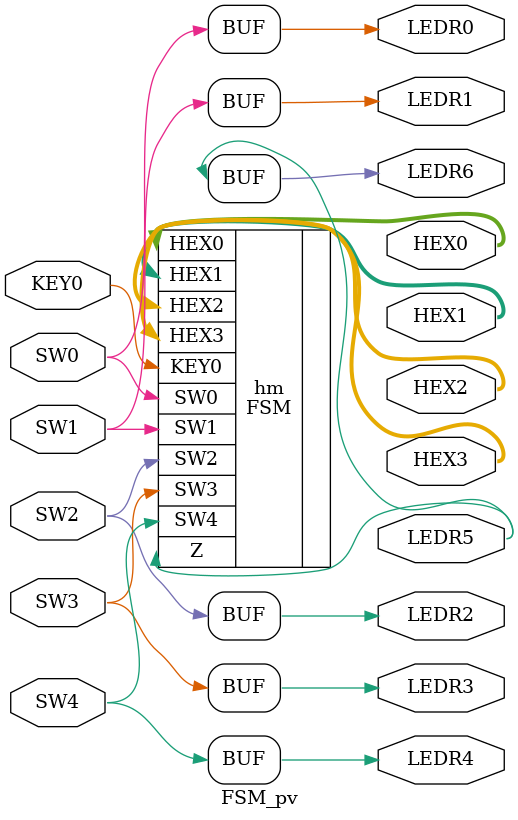
<source format=sv>
module FSM_pv(input KEY0, SW0, SW1, SW2, SW3, SW4, 
	output reg [6:0] HEX0, HEX1, HEX2, HEX3, 
	output reg LEDR0, LEDR1, LEDR2, LEDR3, LEDR4, LEDR5, LEDR6);

FSM hm (
.KEY0(KEY0),
.SW0(SW0), 
.SW1(SW1), 
.SW2(SW2), 
.SW3(SW3), 
.SW4(SW4),
.Z(LEDR5),
.HEX0(HEX0), 
.HEX1(HEX1), 
.HEX2(HEX2), 
.HEX3(HEX3));
assign LEDR0 = SW0; 
assign LEDR1 = SW1;
assign LEDR2 = SW2;
assign LEDR3 = SW3;
assign LEDR4 = SW4;     
assign LEDR6 = LEDR5;

endmodule




</source>
